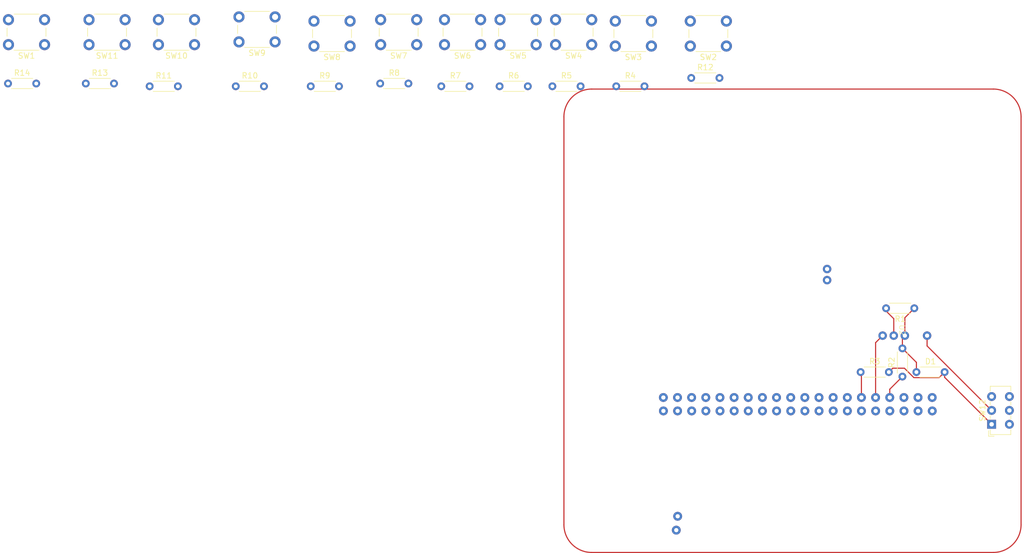
<source format=kicad_pcb>
(kicad_pcb (version 20240108) (generator "pcbnew") (generator_version "8.0")
  (layers (0 "F.Cu" signal) (31 "B.Cu" signal) (34 "B.Paste" user) (35 "F.Paste" user) (36 "B.SilkS" user "B.Silkscreen") (37 "F.SilkS" user "F.Silkscreen") (38 "B.Mask" user) (39 "F.Mask" user) (44 "Edge.Cuts" user))
  (net 0 "")
  (net 1 "Net-(D1-K)")
  (net 2 "Net-(D1-A)")
  (net 3 "Net-(U2-GND)")
  (net 4 "Net-(U1-GPIO_14)")
  (net 5 "Net-(U1-GPIO_18)")
  (net 6 "Net-(R10-Pad2)")
  (net 7 "Net-(U1-GPIO_26)")
  (net 8 "Net-(U1-GPIO_8)")
  (net 9 "Net-(U1-GPIO_25)")
  (net 10 "Net-(U1-GPIO_24)")
  (net 11 "Net-(U1-GPIO_16)")
  (net 12 "Net-(U1-GPIO_12)")
  (net 13 "Net-(U1-GPIO_1)")
  (net 14 "Net-(U1-GPIO_7)")
  (net 15 "Net-(U1-GPIO_23)")
  (net 16 "Net-(U1-GPIO_20)")
  (net 17 "Net-(U1-GPIO_21)")
  (net 18 "Net-(SW1-Pad2)")
  (net 19 "Net-(SW12A-B)")
  (net 31 "Net-(U1-GPIO_15)")
  (net 45 "Net-(U2-Supply_GND)")
  (net 46 "Net-(U2-Supply_5V)")
  (footprint "Button_Switch_THT:SW_PUSH_6mm" (layer "F.Cu") (at 109.25 72.25 180)
    (property "Reference" "SW2" (at 3.25 -2 360) (layer "F.SilkS"))
    (property "Value" "UP")
    (fp_line (start 6.75 3) (end 6.75 1.5) (stroke (width 0.12)) (layer "F.SilkS"))
    (fp_line (start 5.5 -1) (end 1 -1) (stroke (width 0.12)) (layer "F.SilkS"))
    (fp_line (start 1 5.5) (end 5.5 5.5) (stroke (width 0.12)) (layer "F.SilkS"))
    (fp_line (start -0.25 1.5) (end -0.25 3) (stroke (width 0.12)) (layer "F.SilkS"))
    (pad "1" thru_hole circle (at 0 0 270) (size 2 2) (drill 1.1) (layers "*.Cu" "*.Mask") (net 15 "Net-(U1-GPIO_23)"))
    (pad "1" thru_hole circle (at 6.5 0 270) (size 2 2) (drill 1.1) (layers "*.Cu" "*.Mask") (net 15 "Net-(U1-GPIO_23)"))
    (pad "2" thru_hole circle (at 0 4.5 270) (size 2 2) (drill 1.1) (layers "*.Cu" "*.Mask") (net 18 "Net-(SW1-Pad2)"))
    (pad "2" thru_hole circle (at 6.5 4.5 270) (size 2 2) (drill 1.1) (layers "*.Cu" "*.Mask") (net 18 "Net-(SW1-Pad2)"))
  )
  (footprint "Resistor_THT:R_Axial_DIN0204_L3.6mm_D1.6mm_P5.08mm_Horizontal" (layer "F.Cu") (at 5.42 79.5)
    (property "Reference" "R11" (at 2.54 -1.92 0) (layer "F.SilkS"))
    (property "Value" "100k")
    (fp_line (start 0.62 -0.92) (end 4.46 -0.92) (stroke (width 0.12)) (layer "F.SilkS"))
    (fp_line (start 0.62 0.92) (end 4.46 0.92) (stroke (width 0.12)) (layer "F.SilkS"))
    (pad "1" thru_hole circle (at 0 0) (size 1.4 1.4) (drill 0.7) (layers "*.Cu" "*.Mask") (net 16 "Net-(U1-GPIO_20)"))
    (pad "2" thru_hole oval (at 5.08 0) (size 1.4 1.4) (drill 0.7) (layers "*.Cu" "*.Mask") (net 6 "Net-(R10-Pad2)"))
  )
  (footprint "Resistor_THT:R_Axial_DIN0204_L3.6mm_D1.6mm_P5.08mm_Horizontal" (layer "F.Cu") (at 143.08 119.5 180)
    (property "Reference" "R1" (at 2.54 -1.92 360) (layer "F.SilkS"))
    (property "Value" "100KΩ")
    (fp_line (start 0.62 0.92) (end 4.46 0.92) (stroke (width 0.12)) (layer "F.SilkS"))
    (fp_line (start 0.62 -0.92) (end 4.46 -0.92) (stroke (width 0.12)) (layer "F.SilkS"))
    (pad "1" thru_hole circle (at 0 0 180) (size 1.4 1.4) (drill 0.7) (layers "*.Cu" "*.Mask") (net 1 "Net-(D1-K)"))
    (pad "2" thru_hole oval (at 5.08 0 180) (size 1.4 1.4) (drill 0.7) (layers "*.Cu" "*.Mask") (net 3 "Net-(U2-GND)"))
  )
  (footprint "Resistor_THT:R_Axial_DIN0204_L3.6mm_D1.6mm_P5.08mm_Horizontal" (layer "F.Cu") (at -20.08 79)
    (property "Reference" "R14" (at 2.54 -1.92 0) (layer "F.SilkS"))
    (property "Value" "100k")
    (fp_line (start 0.62 -0.92) (end 4.46 -0.92) (stroke (width 0.12)) (layer "F.SilkS"))
    (fp_line (start 0.62 0.92) (end 4.46 0.92) (stroke (width 0.12)) (layer "F.SilkS"))
    (pad "1" thru_hole circle (at 0 0) (size 1.4 1.4) (drill 0.7) (layers "*.Cu" "*.Mask") (net 7 "Net-(U1-GPIO_26)"))
    (pad "2" thru_hole oval (at 5.08 0) (size 1.4 1.4) (drill 0.7) (layers "*.Cu" "*.Mask") (net 6 "Net-(R10-Pad2)"))
  )
  (footprint "Resistor_THT:R_Axial_DIN0204_L3.6mm_D1.6mm_P5.08mm_Horizontal" (layer "F.Cu") (at 89.42 79.5)
    (property "Reference" "R4" (at 2.54 -1.92 0) (layer "F.SilkS"))
    (property "Value" "100k")
    (fp_line (start 0.62 -0.92) (end 4.46 -0.92) (stroke (width 0.12)) (layer "F.SilkS"))
    (fp_line (start 0.62 0.92) (end 4.46 0.92) (stroke (width 0.12)) (layer "F.SilkS"))
    (pad "1" thru_hole circle (at 0 0) (size 1.4 1.4) (drill 0.7) (layers "*.Cu" "*.Mask") (net 10 "Net-(U1-GPIO_24)"))
    (pad "2" thru_hole oval (at 5.08 0) (size 1.4 1.4) (drill 0.7) (layers "*.Cu" "*.Mask") (net 6 "Net-(R10-Pad2)"))
  )
  (footprint "Button_Switch_THT:SW_PUSH_6mm" (layer "F.Cu") (at 13.5 72 180)
    (property "Reference" "SW10" (at 3.25 -2 360) (layer "F.SilkS"))
    (property "Value" "R")
    (fp_line (start 6.75 3) (end 6.75 1.5) (stroke (width 0.12)) (layer "F.SilkS"))
    (fp_line (start 5.5 -1) (end 1 -1) (stroke (width 0.12)) (layer "F.SilkS"))
    (fp_line (start 1 5.5) (end 5.5 5.5) (stroke (width 0.12)) (layer "F.SilkS"))
    (fp_line (start -0.25 1.5) (end -0.25 3) (stroke (width 0.12)) (layer "F.SilkS"))
    (pad "1" thru_hole circle (at 0 0 270) (size 2 2) (drill 1.1) (layers "*.Cu" "*.Mask") (net 16 "Net-(U1-GPIO_20)"))
    (pad "1" thru_hole circle (at 6.5 0 270) (size 2 2) (drill 1.1) (layers "*.Cu" "*.Mask") (net 16 "Net-(U1-GPIO_20)"))
    (pad "2" thru_hole circle (at 0 4.5 270) (size 2 2) (drill 1.1) (layers "*.Cu" "*.Mask") (net 18 "Net-(SW1-Pad2)"))
    (pad "2" thru_hole circle (at 6.5 4.5 270) (size 2 2) (drill 1.1) (layers "*.Cu" "*.Mask") (net 18 "Net-(SW1-Pad2)"))
  )
  (footprint "Button_Switch_THT:SW_PUSH_6mm" (layer "F.Cu") (at 53.5 72 180)
    (property "Reference" "SW7" (at 3.25 -2 360) (layer "F.SilkS"))
    (property "Value" "B")
    (fp_line (start 6.75 3) (end 6.75 1.5) (stroke (width 0.12)) (layer "F.SilkS"))
    (fp_line (start 5.5 -1) (end 1 -1) (stroke (width 0.12)) (layer "F.SilkS"))
    (fp_line (start 1 5.5) (end 5.5 5.5) (stroke (width 0.12)) (layer "F.SilkS"))
    (fp_line (start -0.25 1.5) (end -0.25 3) (stroke (width 0.12)) (layer "F.SilkS"))
    (pad "1" thru_hole circle (at 0 0 270) (size 2 2) (drill 1.1) (layers "*.Cu" "*.Mask") (net 13 "Net-(U1-GPIO_1)"))
    (pad "1" thru_hole circle (at 6.5 0 270) (size 2 2) (drill 1.1) (layers "*.Cu" "*.Mask") (net 13 "Net-(U1-GPIO_1)"))
    (pad "2" thru_hole circle (at 0 4.5 270) (size 2 2) (drill 1.1) (layers "*.Cu" "*.Mask") (net 18 "Net-(SW1-Pad2)"))
    (pad "2" thru_hole circle (at 6.5 4.5 270) (size 2 2) (drill 1.1) (layers "*.Cu" "*.Mask") (net 18 "Net-(SW1-Pad2)"))
  )
  (footprint "Resistor_THT:R_Axial_DIN0204_L3.6mm_D1.6mm_P5.08mm_Horizontal" (layer "F.Cu") (at 34.42 79.5)
    (property "Reference" "R9" (at 2.54 -1.92 0) (layer "F.SilkS"))
    (property "Value" "100k")
    (fp_line (start 0.62 -0.92) (end 4.46 -0.92) (stroke (width 0.12)) (layer "F.SilkS"))
    (fp_line (start 0.62 0.92) (end 4.46 0.92) (stroke (width 0.12)) (layer "F.SilkS"))
    (pad "1" thru_hole circle (at 0 0) (size 1.4 1.4) (drill 0.7) (layers "*.Cu" "*.Mask") (net 12 "Net-(U1-GPIO_12)"))
    (pad "2" thru_hole oval (at 5.08 0) (size 1.4 1.4) (drill 0.7) (layers "*.Cu" "*.Mask") (net 6 "Net-(R10-Pad2)"))
  )
  (footprint "Button_Switch_THT:SW_PUSH_6mm" (layer "F.Cu") (at 1 72 180)
    (property "Reference" "SW11" (at 3.25 -2 360) (layer "F.SilkS"))
    (property "Value" "L")
    (fp_line (start 6.75 3) (end 6.75 1.5) (stroke (width 0.12)) (layer "F.SilkS"))
    (fp_line (start 5.5 -1) (end 1 -1) (stroke (width 0.12)) (layer "F.SilkS"))
    (fp_line (start 1 5.5) (end 5.5 5.5) (stroke (width 0.12)) (layer "F.SilkS"))
    (fp_line (start -0.25 1.5) (end -0.25 3) (stroke (width 0.12)) (layer "F.SilkS"))
    (pad "1" thru_hole circle (at 0 0 270) (size 2 2) (drill 1.1) (layers "*.Cu" "*.Mask") (net 17 "Net-(U1-GPIO_21)"))
    (pad "1" thru_hole circle (at 6.5 0 270) (size 2 2) (drill 1.1) (layers "*.Cu" "*.Mask") (net 17 "Net-(U1-GPIO_21)"))
    (pad "2" thru_hole circle (at 0 4.5 270) (size 2 2) (drill 1.1) (layers "*.Cu" "*.Mask") (net 18 "Net-(SW1-Pad2)"))
    (pad "2" thru_hole circle (at 6.5 4.5 270) (size 2 2) (drill 1.1) (layers "*.Cu" "*.Mask") (net 18 "Net-(SW1-Pad2)"))
  )
  (footprint "Resistor_THT:R_Axial_DIN0204_L3.6mm_D1.6mm_P5.08mm_Horizontal" (layer "F.Cu") (at 68.42 79.5)
    (property "Reference" "R6" (at 2.54 -1.92 0) (layer "F.SilkS"))
    (property "Value" "100k")
    (fp_line (start 0.62 -0.92) (end 4.46 -0.92) (stroke (width 0.12)) (layer "F.SilkS"))
    (fp_line (start 0.62 0.92) (end 4.46 0.92) (stroke (width 0.12)) (layer "F.SilkS"))
    (pad "1" thru_hole circle (at 0 0) (size 1.4 1.4) (drill 0.7) (layers "*.Cu" "*.Mask") (net 8 "Net-(U1-GPIO_8)"))
    (pad "2" thru_hole oval (at 5.08 0) (size 1.4 1.4) (drill 0.7) (layers "*.Cu" "*.Mask") (net 6 "Net-(R10-Pad2)"))
  )
  (footprint "Resistor_THT:R_Axial_DIN0204_L3.6mm_D1.6mm_P5.08mm_Horizontal" (layer "F.Cu") (at -6.08 79)
    (property "Reference" "R13" (at 2.54 -1.92 0) (layer "F.SilkS"))
    (property "Value" "100k")
    (fp_line (start 0.62 -0.92) (end 4.46 -0.92) (stroke (width 0.12)) (layer "F.SilkS"))
    (fp_line (start 0.62 0.92) (end 4.46 0.92) (stroke (width 0.12)) (layer "F.SilkS"))
    (pad "1" thru_hole circle (at 0 0) (size 1.4 1.4) (drill 0.7) (layers "*.Cu" "*.Mask") (net 17 "Net-(U1-GPIO_21)"))
    (pad "2" thru_hole oval (at 5.08 0) (size 1.4 1.4) (drill 0.7) (layers "*.Cu" "*.Mask") (net 6 "Net-(R10-Pad2)"))
  )
  (footprint "Resistor_THT:R_Axial_DIN0204_L3.6mm_D1.6mm_P5.08mm_Horizontal" (layer "F.Cu") (at 77.92 79.5)
    (property "Reference" "R5" (at 2.54 -1.92 0) (layer "F.SilkS"))
    (property "Value" "100k")
    (fp_line (start 0.62 -0.92) (end 4.46 -0.92) (stroke (width 0.12)) (layer "F.SilkS"))
    (fp_line (start 0.62 0.92) (end 4.46 0.92) (stroke (width 0.12)) (layer "F.SilkS"))
    (pad "1" thru_hole circle (at 0 0) (size 1.4 1.4) (drill 0.7) (layers "*.Cu" "*.Mask") (net 9 "Net-(U1-GPIO_25)"))
    (pad "2" thru_hole oval (at 5.08 0) (size 1.4 1.4) (drill 0.7) (layers "*.Cu" "*.Mask") (net 6 "Net-(R10-Pad2)"))
  )
  (footprint "Resistor_THT:R_Axial_DIN0204_L3.6mm_D1.6mm_P5.08mm_Horizontal" (layer "F.Cu") (at 143.46 131)
    (property "Reference" "D1" (at 2.54 -1.92 360) (layer "F.SilkS"))
    (property "Value" "D")
    (fp_line (start 0.62 -0.92) (end 4.46 -0.92) (stroke (width 0.12)) (layer "F.SilkS"))
    (fp_line (start 0.62 0.92) (end 4.46 0.92) (stroke (width 0.12)) (layer "F.SilkS"))
    (pad "1" thru_hole circle (at 0 0) (size 1.4 1.4) (drill 0.7) (layers "*.Cu" "*.Mask") (net 1 "Net-(D1-K)"))
    (pad "2" thru_hole oval (at 5.08 0) (size 1.4 1.4) (drill 0.7) (layers "*.Cu" "*.Mask") (net 2 "Net-(D1-A)"))
  )
  (footprint "Resistor_THT:R_Axial_DIN0204_L3.6mm_D1.6mm_P5.08mm_Horizontal" (layer "F.Cu") (at 133.42 131)
    (property "Reference" "R3" (at 2.54 -1.92 0) (layer "F.SilkS"))
    (property "Value" "10KΩ")
    (fp_line (start 0.62 -0.92) (end 4.46 -0.92) (stroke (width 0.12)) (layer "F.SilkS"))
    (fp_line (start 0.62 0.92) (end 4.46 0.92) (stroke (width 0.12)) (layer "F.SilkS"))
    (pad "1" thru_hole circle (at 0 0) (size 1.4 1.4) (drill 0.7) (layers "*.Cu" "*.Mask") (net 5 "Net-(U1-GPIO_18)"))
    (pad "2" thru_hole oval (at 5.08 0) (size 1.4 1.4) (drill 0.7) (layers "*.Cu" "*.Mask") (net 2 "Net-(D1-A)"))
  )
  (footprint "Resistor_THT:R_Axial_DIN0204_L3.6mm_D1.6mm_P5.08mm_Horizontal" (layer "F.Cu") (at 140.938793 131.811017 90)
    (property "Reference" "R2" (at 2.54 -1.92 90) (layer "F.SilkS"))
    (property "Value" "10KΩ")
    (fp_line (start 0.62 -0.92) (end 4.46 -0.92) (stroke (width 0.12)) (layer "F.SilkS"))
    (fp_line (start 0.62 0.92) (end 4.46 0.92) (stroke (width 0.12)) (layer "F.SilkS"))
    (pad "1" thru_hole circle (at 0 0 90) (size 1.4 1.4) (drill 0.7) (layers "*.Cu" "*.Mask") (net 4 "Net-(U1-GPIO_14)"))
    (pad "2" thru_hole oval (at 5.08 0 90) (size 1.4 1.4) (drill 0.7) (layers "*.Cu" "*.Mask") (net 1 "Net-(D1-K)"))
  )
  (footprint "Button_Switch_THT:SW_E-Switch_EG1271_SPDT" (layer "F.Cu") (at 157 140.4075 90)
    (property "Reference" "SW12" (at 2.5 -1.65 90) (layer "F.SilkS"))
    (property "Value" "Power Switch")
    (fp_line (start -2.15 -0.55) (end -1.15 -0.55) (stroke (width 0.12)) (layer "F.SilkS"))
    (fp_line (start 6.85 -0.25) (end 6.85 3.45) (stroke (width 0.12)) (layer "F.SilkS"))
    (fp_line (start 5.97 -0.25) (end 6.85 -0.25) (stroke (width 0.12)) (layer "F.SilkS"))
    (fp_line (start 3.47 -0.25) (end 4.03 -0.25) (stroke (width 0.12)) (layer "F.SilkS"))
    (fp_line (start 1 -0.25) (end 1.53 -0.25) (stroke (width 0.12)) (layer "F.SilkS"))
    (fp_line (start -1.85 -0.25) (end -1 -0.25) (stroke (width 0.12)) (layer "F.SilkS"))
    (fp_line (start -2.15 0.45) (end -2.15 -0.55) (stroke (width 0.12)) (layer "F.SilkS"))
    (fp_line (start 6.85 3.45) (end 5.98 3.45) (stroke (width 0.12)) (layer "F.SilkS"))
    (fp_line (start 4.02 3.45) (end 3.47 3.45) (stroke (width 0.12)) (layer "F.SilkS"))
    (fp_line (start 1.53 3.45) (end 0.97 3.45) (stroke (width 0.12)) (layer "F.SilkS"))
    (fp_line (start -0.97 3.45) (end -1.85 3.45) (stroke (width 0.12)) (layer "F.SilkS"))
    (fp_line (start -1.85 3.45) (end -1.85 -0.25) (stroke (width 0.12)) (layer "F.SilkS"))
    (pad "1" thru_hole rect (at 0 0 90) (size 1.6 1.6) (drill 0.8) (layers "*.Cu" "*.Mask") (net 2 "Net-(D1-A)"))
    (pad "2" thru_hole circle (at 2.5 0 90) (size 1.6 1.6) (drill 0.8) (layers "*.Cu" "*.Mask") (net 19 "Net-(SW12A-B)"))
    (pad "3" thru_hole circle (at 5 0 90) (size 1.6 1.6) (drill 0.8) (layers "*.Cu" "*.Mask"))
    (pad "4" thru_hole circle (at 0 3.2 90) (size 1.6 1.6) (drill 0.8) (layers "*.Cu" "*.Mask"))
    (pad "5" thru_hole circle (at 2.5 3.2 90) (size 1.6 1.6) (drill 0.8) (layers "*.Cu" "*.Mask"))
    (pad "6" thru_hole circle (at 5 3.2 90) (size 1.6 1.6) (drill 0.8) (layers "*.Cu" "*.Mask"))
  )
  (footprint "Resistor_THT:R_Axial_DIN0204_L3.6mm_D1.6mm_P5.08mm_Horizontal" (layer "F.Cu") (at 57.92 79.5)
    (property "Reference" "R7" (at 2.54 -1.92 0) (layer "F.SilkS"))
    (property "Value" "100k")
    (fp_line (start 0.62 -0.92) (end 4.46 -0.92) (stroke (width 0.12)) (layer "F.SilkS"))
    (fp_line (start 0.62 0.92) (end 4.46 0.92) (stroke (width 0.12)) (layer "F.SilkS"))
    (pad "1" thru_hole circle (at 0 0) (size 1.4 1.4) (drill 0.7) (layers "*.Cu" "*.Mask") (net 14 "Net-(U1-GPIO_7)"))
    (pad "2" thru_hole oval (at 5.08 0) (size 1.4 1.4) (drill 0.7) (layers "*.Cu" "*.Mask") (net 6 "Net-(R10-Pad2)"))
  )
  (footprint "Button_Switch_THT:SW_PUSH_6mm" (layer "F.Cu") (at 85 72 180)
    (property "Reference" "SW4" (at 3.25 -2 360) (layer "F.SilkS"))
    (property "Value" "LEFT")
    (fp_line (start 6.75 3) (end 6.75 1.5) (stroke (width 0.12)) (layer "F.SilkS"))
    (fp_line (start 5.5 -1) (end 1 -1) (stroke (width 0.12)) (layer "F.SilkS"))
    (fp_line (start 1 5.5) (end 5.5 5.5) (stroke (width 0.12)) (layer "F.SilkS"))
    (fp_line (start -0.25 1.5) (end -0.25 3) (stroke (width 0.12)) (layer "F.SilkS"))
    (pad "1" thru_hole circle (at 0 0 270) (size 2 2) (drill 1.1) (layers "*.Cu" "*.Mask") (net 9 "Net-(U1-GPIO_25)"))
    (pad "1" thru_hole circle (at 6.5 0 270) (size 2 2) (drill 1.1) (layers "*.Cu" "*.Mask") (net 9 "Net-(U1-GPIO_25)"))
    (pad "2" thru_hole circle (at 0 4.5 270) (size 2 2) (drill 1.1) (layers "*.Cu" "*.Mask") (net 18 "Net-(SW1-Pad2)"))
    (pad "2" thru_hole circle (at 6.5 4.5 270) (size 2 2) (drill 1.1) (layers "*.Cu" "*.Mask") (net 18 "Net-(SW1-Pad2)"))
  )
  (footprint "Button_Switch_THT:SW_PUSH_6mm" (layer "F.Cu") (at -13.5 72 180)
    (property "Reference" "SW1" (at 3.25 -2 360) (layer "F.SilkS"))
    (property "Value" "LED")
    (fp_line (start 6.75 3) (end 6.75 1.5) (stroke (width 0.12)) (layer "F.SilkS"))
    (fp_line (start 5.5 -1) (end 1 -1) (stroke (width 0.12)) (layer "F.SilkS"))
    (fp_line (start 1 5.5) (end 5.5 5.5) (stroke (width 0.12)) (layer "F.SilkS"))
    (fp_line (start -0.25 1.5) (end -0.25 3) (stroke (width 0.12)) (layer "F.SilkS"))
    (pad "1" thru_hole circle (at 0 0 270) (size 2 2) (drill 1.1) (layers "*.Cu" "*.Mask") (net 7 "Net-(U1-GPIO_26)"))
    (pad "1" thru_hole circle (at 6.5 0 270) (size 2 2) (drill 1.1) (layers "*.Cu" "*.Mask") (net 7 "Net-(U1-GPIO_26)"))
    (pad "2" thru_hole circle (at 0 4.5 270) (size 2 2) (drill 1.1) (layers "*.Cu" "*.Mask") (net 18 "Net-(SW1-Pad2)"))
    (pad "2" thru_hole circle (at 6.5 4.5 270) (size 2 2) (drill 1.1) (layers "*.Cu" "*.Mask") (net 18 "Net-(SW1-Pad2)"))
  )
  (footprint "Button_Switch_THT:SW_PUSH_6mm" (layer "F.Cu") (at 41.5 72.25 180)
    (property "Reference" "SW8" (at 3.25 -2 360) (layer "F.SilkS"))
    (property "Value" "START")
    (fp_line (start 6.75 3) (end 6.75 1.5) (stroke (width 0.12)) (layer "F.SilkS"))
    (fp_line (start 5.5 -1) (end 1 -1) (stroke (width 0.12)) (layer "F.SilkS"))
    (fp_line (start 1 5.5) (end 5.5 5.5) (stroke (width 0.12)) (layer "F.SilkS"))
    (fp_line (start -0.25 1.5) (end -0.25 3) (stroke (width 0.12)) (layer "F.SilkS"))
    (pad "1" thru_hole circle (at 0 0 270) (size 2 2) (drill 1.1) (layers "*.Cu" "*.Mask") (net 12 "Net-(U1-GPIO_12)"))
    (pad "1" thru_hole circle (at 6.5 0 270) (size 2 2) (drill 1.1) (layers "*.Cu" "*.Mask") (net 12 "Net-(U1-GPIO_12)"))
    (pad "2" thru_hole circle (at 0 4.5 270) (size 2 2) (drill 1.1) (layers "*.Cu" "*.Mask") (net 18 "Net-(SW1-Pad2)"))
    (pad "2" thru_hole circle (at 6.5 4.5 270) (size 2 2) (drill 1.1) (layers "*.Cu" "*.Mask") (net 18 "Net-(SW1-Pad2)"))
  )
  (footprint "Resistor_THT:R_Axial_DIN0204_L3.6mm_D1.6mm_P5.08mm_Horizontal" (layer "F.Cu") (at 102.92 78)
    (property "Reference" "R12" (at 2.54 -1.92 0) (layer "F.SilkS"))
    (property "Value" "100k")
    (fp_line (start 0.62 -0.92) (end 4.46 -0.92) (stroke (width 0.12)) (layer "F.SilkS"))
    (fp_line (start 0.62 0.92) (end 4.46 0.92) (stroke (width 0.12)) (layer "F.SilkS"))
    (pad "1" thru_hole circle (at 0 0) (size 1.4 1.4) (drill 0.7) (layers "*.Cu" "*.Mask") (net 15 "Net-(U1-GPIO_23)"))
    (pad "2" thru_hole oval (at 5.08 0) (size 1.4 1.4) (drill 0.7) (layers "*.Cu" "*.Mask") (net 6 "Net-(R10-Pad2)"))
  )
  (footprint "gamepi_sp:pi_zero_pcb_pins" (layer "F.Cu") (at 122.127856 136.781317 -90)
    (property "Reference" "U1" (hide yes))
    (property "Value" "~" (hide yes))
    (pad "1" thru_hole circle (at 1.218683 -24.182144 270) (size 1.6 1.6) (drill 0.762) (layers "*.Cu" "*.Mask"))
    (pad "2" thru_hole circle (at -1.201317 -24.172144 270) (size 1.6 1.6) (drill 0.762) (layers "*.Cu" "*.Mask") (net 18 "Net-(SW1-Pad2)"))
    (pad "3" thru_hole circle (at 1.218683 -21.632144 270) (size 1.6 1.6) (drill 0.762) (layers "*.Cu" "*.Mask"))
    (pad "4" thru_hole circle (at -1.201317 -21.622144 270) (size 1.6 1.6) (drill 0.762) (layers "*.Cu" "*.Mask"))
    (pad "5" thru_hole circle (at 1.218683 -19.092144 270) (size 1.6 1.6) (drill 0.762) (layers "*.Cu" "*.Mask"))
    (pad "6" thru_hole circle (at -1.201317 -19.082144 270) (size 1.6 1.6) (drill 0.762) (layers "*.Cu" "*.Mask"))
    (pad "7" thru_hole circle (at 1.218683 -16.542144 270) (size 1.6 1.6) (drill 0.762) (layers "*.Cu" "*.Mask"))
    (pad "8" thru_hole circle (at -1.201317 -16.532144 270) (size 1.6 1.6) (drill 0.762) (layers "*.Cu" "*.Mask") (net 4 "Net-(U1-GPIO_14)"))
    (pad "9" thru_hole circle (at 1.218683 -13.992144 270) (size 1.6 1.6) (drill 0.762) (layers "*.Cu" "*.Mask"))
    (pad "10" thru_hole circle (at -1.201317 -13.982144 270) (size 1.6 1.6) (drill 0.762) (layers "*.Cu" "*.Mask") (net 31 "Net-(U1-GPIO_15)"))
    (pad "11" thru_hole circle (at 1.218683 -11.442144 270) (size 1.6 1.6) (drill 0.762) (layers "*.Cu" "*.Mask"))
    (pad "12" thru_hole circle (at -1.201317 -11.432144 270) (size 1.6 1.6) (drill 0.762) (layers "*.Cu" "*.Mask") (net 5 "Net-(U1-GPIO_18)"))
    (pad "13" thru_hole circle (at 1.218683 -8.902144 270) (size 1.6 1.6) (drill 0.762) (layers "*.Cu" "*.Mask"))
    (pad "14" thru_hole circle (at -1.201317 -8.892144 270) (size 1.6 1.6) (drill 0.762) (layers "*.Cu" "*.Mask"))
    (pad "15" thru_hole circle (at 1.218683 -6.352144 270) (size 1.6 1.6) (drill 0.762) (layers "*.Cu" "*.Mask"))
    (pad "16" thru_hole circle (at -1.201317 -6.342144 270) (size 1.6 1.6) (drill 0.762) (layers "*.Cu" "*.Mask") (net 15 "Net-(U1-GPIO_23)"))
    (pad "17" thru_hole circle (at 1.218683 -3.802144 270) (size 1.6 1.6) (drill 0.762) (layers "*.Cu" "*.Mask"))
    (pad "18" thru_hole circle (at -1.201317 -3.792144 270) (size 1.6 1.6) (drill 0.762) (layers "*.Cu" "*.Mask") (net 10 "Net-(U1-GPIO_24)"))
    (pad "19" thru_hole circle (at 1.218683 -1.252144 270) (size 1.6 1.6) (drill 0.762) (layers "*.Cu" "*.Mask"))
    (pad "20" thru_hole circle (at -1.201317 -1.242144 270) (size 1.6 1.6) (drill 0.762) (layers "*.Cu" "*.Mask"))
    (pad "21" thru_hole circle (at 1.218683 1.287856 270) (size 1.6 1.6) (drill 0.762) (layers "*.Cu" "*.Mask"))
    (pad "22" thru_hole circle (at -1.201317 1.297856 270) (size 1.6 1.6) (drill 0.762) (layers "*.Cu" "*.Mask") (net 9 "Net-(U1-GPIO_25)"))
    (pad "23" thru_hole circle (at 1.218683 3.837856 270) (size 1.6 1.6) (drill 0.762) (layers "*.Cu" "*.Mask"))
    (pad "24" thru_hole circle (at -1.201317 3.847856 270) (size 1.6 1.6) (drill 0.762) (layers "*.Cu" "*.Mask") (net 8 "Net-(U1-GPIO_8)"))
    (pad "25" thru_hole circle (at 1.218683 6.387856 270) (size 1.6 1.6) (drill 0.762) (layers "*.Cu" "*.Mask"))
    (pad "26" thru_hole circle (at -1.201317 6.397856 270) (size 1.6 1.6) (drill 0.762) (layers "*.Cu" "*.Mask") (net 14 "Net-(U1-GPIO_7)"))
    (pad "27" thru_hole circle (at 1.218683 8.937856 270) (size 1.6 1.6) (drill 0.762) (layers "*.Cu" "*.Mask"))
    (pad "28" thru_hole circle (at -1.201317 8.947856 270) (size 1.6 1.6) (drill 0.762) (layers "*.Cu" "*.Mask") (net 13 "Net-(U1-GPIO_1)"))
    (pad "29" thru_hole circle (at 1.218683 11.477856 270) (size 1.6 1.6) (drill 0.762) (layers "*.Cu" "*.Mask"))
    (pad "30" thru_hole circle (at -1.201317 11.487856 270) (size 1.6 1.6) (drill 0.762) (layers "*.Cu" "*.Mask") (net 6 "Net-(R10-Pad2)"))
    (pad "31" thru_hole circle (at 1.218683 14.027856 270) (size 1.6 1.6) (drill 0.762) (layers "*.Cu" "*.Mask"))
    (pad "32" thru_hole circle (at -1.201317 14.037856 270) (size 1.6 1.6) (drill 0.762) (layers "*.Cu" "*.Mask") (net 12 "Net-(U1-GPIO_12)"))
    (pad "33" thru_hole circle (at 1.218683 16.577856 270) (size 1.6 1.6) (drill 0.762) (layers "*.Cu" "*.Mask"))
    (pad "34" thru_hole circle (at -1.201317 16.587856 270) (size 1.6 1.6) (drill 0.762) (layers "*.Cu" "*.Mask"))
    (pad "35" thru_hole circle (at 1.218683 19.127856 270) (size 1.6 1.6) (drill 0.762) (layers "*.Cu" "*.Mask"))
    (pad "36" thru_hole circle (at -1.201317 19.137856 270) (size 1.6 1.6) (drill 0.762) (layers "*.Cu" "*.Mask") (net 11 "Net-(U1-GPIO_16)"))
    (pad "37" thru_hole circle (at 1.218683 21.667856 270) (size 1.6 1.6) (drill 0.762) (layers "*.Cu" "*.Mask") (net 7 "Net-(U1-GPIO_26)"))
    (pad "38" thru_hole circle (at -1.201317 21.677856 270) (size 1.6 1.6) (drill 0.762) (layers "*.Cu" "*.Mask") (net 16 "Net-(U1-GPIO_20)"))
    (pad "39" thru_hole circle (at 1.218683 24.217856 270) (size 1.6 1.6) (drill 0.762) (layers "*.Cu" "*.Mask"))
    (pad "40" thru_hole circle (at -1.201317 24.227856 270) (size 1.6 1.6) (drill 0.762) (layers "*.Cu" "*.Mask") (net 17 "Net-(U1-GPIO_21)"))
    (pad "43" thru_hole circle (at 20.2 21.65 270) (size 1.6 1.6) (drill 0.762) (layers "*.Cu" "*.Mask"))
    (pad "44" thru_hole circle (at 22.7 21.9 270) (size 1.6 1.6) (drill 0.762) (layers "*.Cu" "*.Mask"))
  )
  (footprint "gamepi_sp:powerboost_1000C_pins" (layer "F.Cu") (at 140.38 104.43 -90)
    (property "Reference" "U2" (at 19 -0.5 -90) (layer "F.SilkS") (effects (font (thickness 0.1))))
    (property "Value" "~")
    (pad "1" thru_hole circle (at 20 -5 270) (size 1.524 1.524) (drill 0.762) (layers "*.Cu" "*.Mask") (net 19 "Net-(SW12A-B)"))
    (pad "2" thru_hole circle (at 20 -1 270) (size 1.524 1.524) (drill 0.762) (layers "*.Cu" "*.Mask") (net 1 "Net-(D1-K)"))
    (pad "3" thru_hole circle (at 20 1 270) (size 1.524 1.524) (drill 0.762) (layers "*.Cu" "*.Mask") (net 3 "Net-(U2-GND)"))
    (pad "4" thru_hole circle (at 20 3 270) (size 1.524 1.524) (drill 0.762) (layers "*.Cu" "*.Mask") (net 31 "Net-(U1-GPIO_15)"))
    (pad "5" thru_hole circle (at 10 13 270) (size 1.524 1.524) (drill 0.762) (layers "*.Cu" "*.Mask") (net 46 "Net-(U2-Supply_5V)"))
    (pad "6" thru_hole circle (at 8 13 270) (size 1.524 1.524) (drill 0.762) (layers "*.Cu" "*.Mask") (net 45 "Net-(U2-Supply_GND)"))
  )
  (footprint "Button_Switch_THT:SW_PUSH_6mm" (layer "F.Cu") (at 95.75 72.25 180)
    (property "Reference" "SW3" (at 3.25 -2 360) (layer "F.SilkS"))
    (property "Value" "DOWN")
    (fp_line (start 6.75 3) (end 6.75 1.5) (stroke (width 0.12)) (layer "F.SilkS"))
    (fp_line (start 5.5 -1) (end 1 -1) (stroke (width 0.12)) (layer "F.SilkS"))
    (fp_line (start 1 5.5) (end 5.5 5.5) (stroke (width 0.12)) (layer "F.SilkS"))
    (fp_line (start -0.25 1.5) (end -0.25 3) (stroke (width 0.12)) (layer "F.SilkS"))
    (pad "1" thru_hole circle (at 0 0 270) (size 2 2) (drill 1.1) (layers "*.Cu" "*.Mask") (net 10 "Net-(U1-GPIO_24)"))
    (pad "1" thru_hole circle (at 6.5 0 270) (size 2 2) (drill 1.1) (layers "*.Cu" "*.Mask") (net 10 "Net-(U1-GPIO_24)"))
    (pad "2" thru_hole circle (at 0 4.5 270) (size 2 2) (drill 1.1) (layers "*.Cu" "*.Mask") (net 18 "Net-(SW1-Pad2)"))
    (pad "2" thru_hole circle (at 6.5 4.5 270) (size 2 2) (drill 1.1) (layers "*.Cu" "*.Mask") (net 18 "Net-(SW1-Pad2)"))
  )
  (footprint "Resistor_THT:R_Axial_DIN0204_L3.6mm_D1.6mm_P5.08mm_Horizontal" (layer "F.Cu") (at 20.92 79.5)
    (property "Reference" "R10" (at 2.54 -1.92 0) (layer "F.SilkS"))
    (property "Value" "100k")
    (fp_line (start 0.62 -0.92) (end 4.46 -0.92) (stroke (width 0.12)) (layer "F.SilkS"))
    (fp_line (start 0.62 0.92) (end 4.46 0.92) (stroke (width 0.12)) (layer "F.SilkS"))
    (pad "1" thru_hole circle (at 0 0) (size 1.4 1.4) (drill 0.7) (layers "*.Cu" "*.Mask") (net 11 "Net-(U1-GPIO_16)"))
    (pad "2" thru_hole oval (at 5.08 0) (size 1.4 1.4) (drill 0.7) (layers "*.Cu" "*.Mask") (net 6 "Net-(R10-Pad2)"))
  )
  (footprint "Button_Switch_THT:SW_PUSH_6mm" (layer "F.Cu") (at 65 72 180)
    (property "Reference" "SW6" (at 3.25 -2 360) (layer "F.SilkS"))
    (property "Value" "A")
    (fp_line (start 6.75 3) (end 6.75 1.5) (stroke (width 0.12)) (layer "F.SilkS"))
    (fp_line (start 5.5 -1) (end 1 -1) (stroke (width 0.12)) (layer "F.SilkS"))
    (fp_line (start 1 5.5) (end 5.5 5.5) (stroke (width 0.12)) (layer "F.SilkS"))
    (fp_line (start -0.25 1.5) (end -0.25 3) (stroke (width 0.12)) (layer "F.SilkS"))
    (pad "1" thru_hole circle (at 0 0 270) (size 2 2) (drill 1.1) (layers "*.Cu" "*.Mask") (net 14 "Net-(U1-GPIO_7)"))
    (pad "1" thru_hole circle (at 6.5 0 270) (size 2 2) (drill 1.1) (layers "*.Cu" "*.Mask") (net 14 "Net-(U1-GPIO_7)"))
    (pad "2" thru_hole circle (at 0 4.5 270) (size 2 2) (drill 1.1) (layers "*.Cu" "*.Mask") (net 18 "Net-(SW1-Pad2)"))
    (pad "2" thru_hole circle (at 6.5 4.5 270) (size 2 2) (drill 1.1) (layers "*.Cu" "*.Mask") (net 18 "Net-(SW1-Pad2)"))
  )
  (footprint "Button_Switch_THT:SW_PUSH_6mm" (layer "F.Cu") (at 28 71.5 180)
    (property "Reference" "SW9" (at 3.25 -2 360) (layer "F.SilkS"))
    (property "Value" "SELECT")
    (fp_line (start 6.75 3) (end 6.75 1.5) (stroke (width 0.12)) (layer "F.SilkS"))
    (fp_line (start 5.5 -1) (end 1 -1) (stroke (width 0.12)) (layer "F.SilkS"))
    (fp_line (start 1 5.5) (end 5.5 5.5) (stroke (width 0.12)) (layer "F.SilkS"))
    (fp_line (start -0.25 1.5) (end -0.25 3) (stroke (width 0.12)) (layer "F.SilkS"))
    (pad "1" thru_hole circle (at 0 0 270) (size 2 2) (drill 1.1) (layers "*.Cu" "*.Mask") (net 11 "Net-(U1-GPIO_16)"))
    (pad "1" thru_hole circle (at 6.5 0 270) (size 2 2) (drill 1.1) (layers "*.Cu" "*.Mask") (net 11 "Net-(U1-GPIO_16)"))
    (pad "2" thru_hole circle (at 0 4.5 270) (size 2 2) (drill 1.1) (layers "*.Cu" "*.Mask") (net 18 "Net-(SW1-Pad2)"))
    (pad "2" thru_hole circle (at 6.5 4.5 270) (size 2 2) (drill 1.1) (layers "*.Cu" "*.Mask") (net 18 "Net-(SW1-Pad2)"))
  )
  (footprint "Button_Switch_THT:SW_PUSH_6mm" (layer "F.Cu") (at 75 72 180)
    (property "Reference" "SW5" (at 3.25 -2 360) (layer "F.SilkS"))
    (property "Value" "RIGHT")
    (fp_line (start 6.75 3) (end 6.75 1.5) (stroke (width 0.12)) (layer "F.SilkS"))
    (fp_line (start 5.5 -1) (end 1 -1) (stroke (width 0.12)) (layer "F.SilkS"))
    (fp_line (start 1 5.5) (end 5.5 5.5) (stroke (width 0.12)) (layer "F.SilkS"))
    (fp_line (start -0.25 1.5) (end -0.25 3) (stroke (width 0.12)) (layer "F.SilkS"))
    (pad "1" thru_hole circle (at 0 0 270) (size 2 2) (drill 1.1) (layers "*.Cu" "*.Mask") (net 8 "Net-(U1-GPIO_8)"))
    (pad "1" thru_hole circle (at 6.5 0 270) (size 2 2) (drill 1.1) (layers "*.Cu" "*.Mask") (net 8 "Net-(U1-GPIO_8)"))
    (pad "2" thru_hole circle (at 0 4.5 270) (size 2 2) (drill 1.1) (layers "*.Cu" "*.Mask") (net 18 "Net-(SW1-Pad2)"))
    (pad "2" thru_hole circle (at 6.5 4.5 270) (size 2 2) (drill 1.1) (layers "*.Cu" "*.Mask") (net 18 "Net-(SW1-Pad2)"))
  )
  (footprint "Resistor_THT:R_Axial_DIN0204_L3.6mm_D1.6mm_P5.08mm_Horizontal" (layer "F.Cu") (at 46.92 79)
    (property "Reference" "R8" (at 2.54 -1.92 0) (layer "F.SilkS"))
    (property "Value" "100k")
    (fp_line (start 0.62 -0.92) (end 4.46 -0.92) (stroke (width 0.12)) (layer "F.SilkS"))
    (fp_line (start 0.62 0.92) (end 4.46 0.92) (stroke (width 0.12)) (layer "F.SilkS"))
    (pad "1" thru_hole circle (at 0 0) (size 1.4 1.4) (drill 0.7) (layers "*.Cu" "*.Mask") (net 13 "Net-(U1-GPIO_1)"))
    (pad "2" thru_hole oval (at 5.08 0) (size 1.4 1.4) (drill 0.7) (layers "*.Cu" "*.Mask") (net 6 "Net-(R10-Pad2)"))
  )
  (gr_arc (start 80 85) (mid 81.464466 81.464466) (end 85 80) (stroke (width 0.2)) (layer "F.Cu"))
  (gr_line (start 85 80) (end 157.3 80) (stroke (width 0.2)) (layer "F.Cu"))
  (gr_arc (start 162.3 158.5) (mid 160.835534 162.035534) (end 157.3 163.5) (stroke (width 0.2)) (layer "F.Cu"))
  (gr_arc (start 85 163.5) (mid 81.464466 162.035534) (end 80 158.5) (stroke (width 0.2)) (layer "F.Cu"))
  (gr_line (start 80 158.5) (end 80 85) (stroke (width 0.2)) (layer "F.Cu"))
  (gr_arc (start 157.3 80) (mid 160.835534 81.464466) (end 162.3 85) (stroke (width 0.2)) (layer "F.Cu"))
  (gr_line (start 162.3 85) (end 162.3 158.5) (stroke (width 0.2)) (layer "F.Cu"))
  (gr_line (start 157.3 163.5) (end 85 163.5) (stroke (width 0.2)) (layer "F.Cu"))
  (segment (start 140.938793 126.731017) (end 140.938793 124.871207) (width 0.2) (layer "F.Cu") (net 1))
  (segment (start 141.38 121.2) (end 143.08 119.5) (width 0.2) (layer "F.Cu") (net 1))
  (segment (start 143.46 131) (end 143.46 129.252224) (width 0.2) (layer "F.Cu") (net 1))
  (segment (start 141.38 124.43) (end 141.38 121.2) (width 0.2) (layer "F.Cu") (net 1))
  (segment (start 140.938793 124.871207) (end 141.38 124.43) (width 0.2) (layer "F.Cu") (net 1))
  (segment (start 143.46 129.252224) (end 140.938793 126.731017) (width 0.2) (layer "F.Cu") (net 1))
  (segment (start 141.3 130.3) (end 143 132) (width 0.2) (layer "F.Cu") (net 2))
  (segment (start 139.2 130.3) (end 141.3 130.3) (width 0.2) (layer "F.Cu") (net 2))
  (segment (start 143 132) (end 147.54 132) (width 0.2) (layer "F.Cu") (net 2))
  (segment (start 138.5 131) (end 139.2 130.3) (width 0.2) (layer "F.Cu") (net 2))
  (segment (start 148.54 131.9475) (end 157 140.4075) (width 0.2) (layer "F.Cu") (net 2))
  (segment (start 147.54 132) (end 148.54 131) (width 0.2) (layer "F.Cu") (net 2))
  (segment (start 148.54 131) (end 148.54 131.9475) (width 0.2) (layer "F.Cu") (net 2))
  (segment (start 138 120) (end 139.38 121.38) (width 0.2) (layer "F.Cu") (net 3))
  (segment (start 139.38 121.38) (end 139.38 124.43) (width 0.2) (layer "F.Cu") (net 3))
  (segment (start 138 119.5) (end 138 120) (width 0.2) (layer "F.Cu") (net 3))
  (segment (start 138.66 135.58) (end 138.66 134.08981) (width 0.2) (layer "F.Cu") (net 4))
  (segment (start 138.66 134.08981) (end 140.938793 131.811017) (width 0.2) (layer "F.Cu") (net 4))
  (segment (start 133.56 131.14) (end 133.42 131) (width 0.2) (layer "F.Cu") (net 5))
  (segment (start 133.56 135.58) (end 133.56 131.14) (width 0.2) (layer "F.Cu") (net 5))
  (segment (start 145.38 126.2875) (end 145.38 124.43) (width 0.2) (layer "F.Cu") (net 19))
  (segment (start 157 137.9075) (end 145.38 126.2875) (width 0.2) (layer "F.Cu") (net 19))
  (segment (start 136.11 125.7) (end 137.38 124.43) (width 0.2) (layer "F.Cu") (net 31))
  (segment (start 136.11 135.58) (end 136.11 125.7) (width 0.2) (layer "F.Cu") (net 31))
)
</source>
